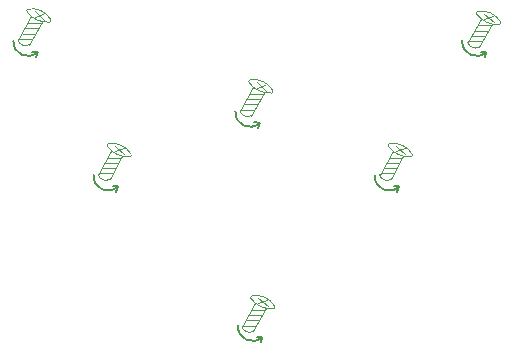
<source format=gto>
G04 #@! TF.GenerationSoftware,KiCad,Pcbnew,8.0.5*
G04 #@! TF.CreationDate,2024-09-18T06:53:56+09:00*
G04 #@! TF.ProjectId,SandyLP_Top,53616e64-794c-4505-9f54-6f702e6b6963,v.0*
G04 #@! TF.SameCoordinates,Original*
G04 #@! TF.FileFunction,Legend,Top*
G04 #@! TF.FilePolarity,Positive*
%FSLAX46Y46*%
G04 Gerber Fmt 4.6, Leading zero omitted, Abs format (unit mm)*
G04 Created by KiCad (PCBNEW 8.0.5) date 2024-09-18 06:53:56*
%MOMM*%
%LPD*%
G01*
G04 APERTURE LIST*
%ADD10C,0.200000*%
%ADD11C,0.060000*%
%ADD12C,0.120000*%
%ADD13C,3.000000*%
%ADD14C,5.000000*%
%ADD15C,1.600000*%
%ADD16C,0.800000*%
%ADD17C,3.600000*%
%ADD18C,2.000000*%
G04 APERTURE END LIST*
D10*
X158233124Y-71017374D02*
X157781655Y-70990905D01*
X158233124Y-71017374D02*
X158081655Y-71490905D01*
X158233124Y-71017374D02*
G75*
G02*
X156181655Y-70065905I-851469J851469D01*
G01*
X169813426Y-58287488D02*
X169361957Y-58261019D01*
X169813426Y-58287488D02*
X169661957Y-58761019D01*
X169813426Y-58287488D02*
G75*
G02*
X167761957Y-57336019I-851469J851469D01*
G01*
X139213426Y-46887488D02*
X138761957Y-46861019D01*
X139213426Y-46887488D02*
X139061957Y-47361019D01*
X139213426Y-46887488D02*
G75*
G02*
X137161957Y-45936019I-851469J851469D01*
G01*
D11*
X156643001Y-70057889D02*
X157693001Y-70057889D01*
X156893001Y-69607889D02*
X157943001Y-69607889D01*
X157143001Y-69157889D02*
X158193001Y-69157889D01*
X157368001Y-68707889D02*
X158418001Y-68707889D01*
D12*
X157468001Y-70557889D02*
X158518001Y-68607889D01*
X157618001Y-68157889D02*
X156518001Y-70157889D01*
D11*
X157907800Y-67732936D02*
X158707800Y-68432936D01*
X158657800Y-67932936D02*
X157907800Y-68182936D01*
D12*
X157290641Y-67790494D02*
G75*
G02*
X157373001Y-67537890I97767J107852D01*
G01*
X157373001Y-67537890D02*
G75*
G02*
X159269183Y-68405085I324059J-1798087D01*
G01*
X157468001Y-70557889D02*
G75*
G02*
X156509423Y-70175047I-317503J596509D01*
G01*
X159183507Y-68644379D02*
G75*
G02*
X157263002Y-67757888I-168063J2159455D01*
G01*
X159265467Y-68408351D02*
G75*
G02*
X159183507Y-68644379I-107866J-94788D01*
G01*
D11*
X168286761Y-57187402D02*
X169336761Y-57187402D01*
X168536761Y-56737402D02*
X169586761Y-56737402D01*
X168786761Y-56287402D02*
X169836761Y-56287402D01*
X169011761Y-55837402D02*
X170061761Y-55837402D01*
D12*
X169111761Y-57687402D02*
X170161761Y-55737402D01*
X169261761Y-55287402D02*
X168161761Y-57287402D01*
D11*
X169551560Y-54862449D02*
X170351560Y-55562449D01*
X170301560Y-55062449D02*
X169551560Y-55312449D01*
D12*
X168934401Y-54920007D02*
G75*
G02*
X169016761Y-54667403I97767J107852D01*
G01*
X169016761Y-54667403D02*
G75*
G02*
X170912943Y-55534598I324059J-1798087D01*
G01*
X169111761Y-57687402D02*
G75*
G02*
X168153183Y-57304560I-317503J596509D01*
G01*
X170827267Y-55773892D02*
G75*
G02*
X168906762Y-54887401I-168063J2159455D01*
G01*
X170909227Y-55537864D02*
G75*
G02*
X170827267Y-55773892I-107866J-94788D01*
G01*
D10*
X146013426Y-58287488D02*
X145561957Y-58261019D01*
X146013426Y-58287488D02*
X145861957Y-58761019D01*
X146013426Y-58287488D02*
G75*
G02*
X143961957Y-57336019I-851469J851469D01*
G01*
D11*
X137686761Y-45787402D02*
X138736761Y-45787402D01*
X137936761Y-45337402D02*
X138986761Y-45337402D01*
X138186761Y-44887402D02*
X139236761Y-44887402D01*
X138411761Y-44437402D02*
X139461761Y-44437402D01*
D12*
X138511761Y-46287402D02*
X139561761Y-44337402D01*
X138661761Y-43887402D02*
X137561761Y-45887402D01*
D11*
X138951560Y-43462449D02*
X139751560Y-44162449D01*
X139701560Y-43662449D02*
X138951560Y-43912449D01*
D12*
X138334401Y-43520007D02*
G75*
G02*
X138416761Y-43267403I97767J107852D01*
G01*
X138416761Y-43267403D02*
G75*
G02*
X140312943Y-44134598I324059J-1798087D01*
G01*
X138511761Y-46287402D02*
G75*
G02*
X137553183Y-45904560I-317503J596509D01*
G01*
X140227267Y-44373892D02*
G75*
G02*
X138306762Y-43487401I-168063J2159455D01*
G01*
X140309227Y-44137864D02*
G75*
G02*
X140227267Y-44373892I-107866J-94788D01*
G01*
D11*
X156486761Y-51787402D02*
X157536761Y-51787402D01*
X156736761Y-51337402D02*
X157786761Y-51337402D01*
X156986761Y-50887402D02*
X158036761Y-50887402D01*
X157211761Y-50437402D02*
X158261761Y-50437402D01*
D12*
X157311761Y-52287402D02*
X158361761Y-50337402D01*
X157461761Y-49887402D02*
X156361761Y-51887402D01*
D11*
X157751560Y-49462449D02*
X158551560Y-50162449D01*
X158501560Y-49662449D02*
X157751560Y-49912449D01*
D12*
X157134401Y-49520007D02*
G75*
G02*
X157216761Y-49267403I97767J107852D01*
G01*
X157216761Y-49267403D02*
G75*
G02*
X159112943Y-50134598I324059J-1798087D01*
G01*
X157311761Y-52287402D02*
G75*
G02*
X156353183Y-51904560I-317503J596509D01*
G01*
X159027267Y-50373892D02*
G75*
G02*
X157106762Y-49487401I-168063J2159455D01*
G01*
X159109227Y-50137864D02*
G75*
G02*
X159027267Y-50373892I-107866J-94788D01*
G01*
D10*
X158013426Y-52887488D02*
X157561957Y-52861019D01*
X158013426Y-52887488D02*
X157861957Y-53361019D01*
X158013426Y-52887488D02*
G75*
G02*
X155961957Y-51936019I-851469J851469D01*
G01*
D11*
X175768001Y-45987402D02*
X176818001Y-45987402D01*
X176018001Y-45537402D02*
X177068001Y-45537402D01*
X176268001Y-45087402D02*
X177318001Y-45087402D01*
X176493001Y-44637402D02*
X177543001Y-44637402D01*
D12*
X176593001Y-46487402D02*
X177643001Y-44537402D01*
X176743001Y-44087402D02*
X175643001Y-46087402D01*
D11*
X177032800Y-43662449D02*
X177832800Y-44362449D01*
X177782800Y-43862449D02*
X177032800Y-44112449D01*
D12*
X176415641Y-43720007D02*
G75*
G02*
X176498001Y-43467403I97767J107852D01*
G01*
X176498001Y-43467403D02*
G75*
G02*
X178394183Y-44334598I324059J-1798087D01*
G01*
X176593001Y-46487402D02*
G75*
G02*
X175634423Y-46104560I-317503J596509D01*
G01*
X178308507Y-44573892D02*
G75*
G02*
X176388002Y-43687401I-168063J2159455D01*
G01*
X178390467Y-44337864D02*
G75*
G02*
X178308507Y-44573892I-107866J-94788D01*
G01*
D11*
X144486761Y-57187402D02*
X145536761Y-57187402D01*
X144736761Y-56737402D02*
X145786761Y-56737402D01*
X144986761Y-56287402D02*
X146036761Y-56287402D01*
X145211761Y-55837402D02*
X146261761Y-55837402D01*
D12*
X145311761Y-57687402D02*
X146361761Y-55737402D01*
X145461761Y-55287402D02*
X144361761Y-57287402D01*
D11*
X145751560Y-54862449D02*
X146551560Y-55562449D01*
X146501560Y-55062449D02*
X145751560Y-55312449D01*
D12*
X145134401Y-54920007D02*
G75*
G02*
X145216761Y-54667403I97767J107852D01*
G01*
X145216761Y-54667403D02*
G75*
G02*
X147112943Y-55534598I324059J-1798087D01*
G01*
X145311761Y-57687402D02*
G75*
G02*
X144353183Y-57304560I-317503J596509D01*
G01*
X147027267Y-55773892D02*
G75*
G02*
X145106762Y-54887401I-168063J2159455D01*
G01*
X147109227Y-55537864D02*
G75*
G02*
X147027267Y-55773892I-107866J-94788D01*
G01*
D10*
X177213426Y-46887488D02*
X176761957Y-46861019D01*
X177213426Y-46887488D02*
X177061957Y-47361019D01*
X177213426Y-46887488D02*
G75*
G02*
X175161957Y-45936019I-851469J851470D01*
G01*
%LPC*%
D13*
X143455310Y-68853405D03*
D14*
X148455310Y-65103405D03*
D13*
X148455310Y-71053405D03*
D15*
X153455310Y-59953405D03*
D16*
X140255310Y-67503405D03*
X140255310Y-70303405D03*
D13*
X143455310Y-49803405D03*
D14*
X148455310Y-46053405D03*
D13*
X148455310Y-52003405D03*
D15*
X153455310Y-40903405D03*
D17*
X142502185Y-55578405D03*
D13*
X181555310Y-49803405D03*
D14*
X186555310Y-46053405D03*
D13*
X186555310Y-52003405D03*
D15*
X191555310Y-40903405D03*
D17*
X177030310Y-40100280D03*
D13*
X124405310Y-49803405D03*
D14*
X129405310Y-46053405D03*
D13*
X129405310Y-52003405D03*
D15*
X134405310Y-40903405D03*
D16*
X121205310Y-48453405D03*
X121205310Y-51253405D03*
D17*
X157980310Y-65103405D03*
X157980310Y-46053405D03*
X138930310Y-40100280D03*
D13*
X162505310Y-49803405D03*
D14*
X167505310Y-46053405D03*
D13*
X167505310Y-52003405D03*
D15*
X172505310Y-40903405D03*
D17*
X173458435Y-55578405D03*
D13*
X162505310Y-68853405D03*
D14*
X167505310Y-65103405D03*
D13*
X167505310Y-71053405D03*
D15*
X172505310Y-59953405D03*
D18*
X128214685Y-41290905D03*
X187745935Y-41290905D03*
X166314685Y-41290905D03*
X173458435Y-68675280D03*
X147264685Y-60340905D03*
%LPD*%
M02*

</source>
